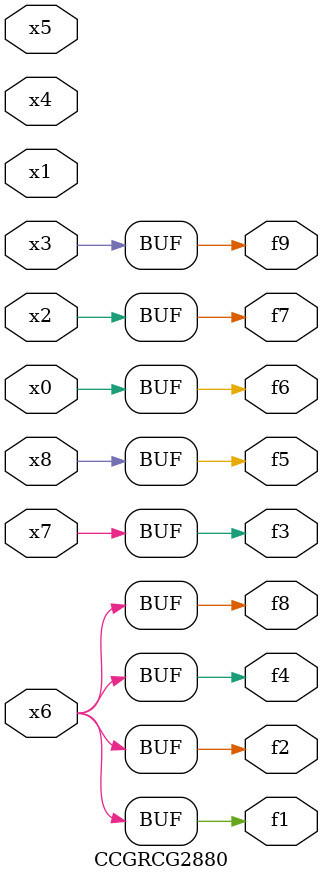
<source format=v>
module CCGRCG2880(
	input x0, x1, x2, x3, x4, x5, x6, x7, x8,
	output f1, f2, f3, f4, f5, f6, f7, f8, f9
);
	assign f1 = x6;
	assign f2 = x6;
	assign f3 = x7;
	assign f4 = x6;
	assign f5 = x8;
	assign f6 = x0;
	assign f7 = x2;
	assign f8 = x6;
	assign f9 = x3;
endmodule

</source>
